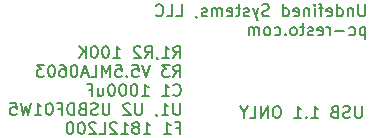
<source format=gbr>
%TF.GenerationSoftware,KiCad,Pcbnew,7.0.7*%
%TF.CreationDate,2023-10-14T22:56:05-05:00*%
%TF.ProjectId,USB-CV1,5553422d-4356-4312-9e6b-696361645f70,rev?*%
%TF.SameCoordinates,Original*%
%TF.FileFunction,Legend,Bot*%
%TF.FilePolarity,Positive*%
%FSLAX46Y46*%
G04 Gerber Fmt 4.6, Leading zero omitted, Abs format (unit mm)*
G04 Created by KiCad (PCBNEW 7.0.7) date 2023-10-14 22:56:05*
%MOMM*%
%LPD*%
G01*
G04 APERTURE LIST*
%ADD10C,0.150000*%
G04 APERTURE END LIST*
D10*
X125121792Y-75089819D02*
X125455125Y-74613628D01*
X125693220Y-75089819D02*
X125693220Y-74089819D01*
X125693220Y-74089819D02*
X125312268Y-74089819D01*
X125312268Y-74089819D02*
X125217030Y-74137438D01*
X125217030Y-74137438D02*
X125169411Y-74185057D01*
X125169411Y-74185057D02*
X125121792Y-74280295D01*
X125121792Y-74280295D02*
X125121792Y-74423152D01*
X125121792Y-74423152D02*
X125169411Y-74518390D01*
X125169411Y-74518390D02*
X125217030Y-74566009D01*
X125217030Y-74566009D02*
X125312268Y-74613628D01*
X125312268Y-74613628D02*
X125693220Y-74613628D01*
X124169411Y-75089819D02*
X124740839Y-75089819D01*
X124455125Y-75089819D02*
X124455125Y-74089819D01*
X124455125Y-74089819D02*
X124550363Y-74232676D01*
X124550363Y-74232676D02*
X124645601Y-74327914D01*
X124645601Y-74327914D02*
X124740839Y-74375533D01*
X123693220Y-75042200D02*
X123693220Y-75089819D01*
X123693220Y-75089819D02*
X123740839Y-75185057D01*
X123740839Y-75185057D02*
X123788458Y-75232676D01*
X122693221Y-75089819D02*
X123026554Y-74613628D01*
X123264649Y-75089819D02*
X123264649Y-74089819D01*
X123264649Y-74089819D02*
X122883697Y-74089819D01*
X122883697Y-74089819D02*
X122788459Y-74137438D01*
X122788459Y-74137438D02*
X122740840Y-74185057D01*
X122740840Y-74185057D02*
X122693221Y-74280295D01*
X122693221Y-74280295D02*
X122693221Y-74423152D01*
X122693221Y-74423152D02*
X122740840Y-74518390D01*
X122740840Y-74518390D02*
X122788459Y-74566009D01*
X122788459Y-74566009D02*
X122883697Y-74613628D01*
X122883697Y-74613628D02*
X123264649Y-74613628D01*
X122312268Y-74185057D02*
X122264649Y-74137438D01*
X122264649Y-74137438D02*
X122169411Y-74089819D01*
X122169411Y-74089819D02*
X121931316Y-74089819D01*
X121931316Y-74089819D02*
X121836078Y-74137438D01*
X121836078Y-74137438D02*
X121788459Y-74185057D01*
X121788459Y-74185057D02*
X121740840Y-74280295D01*
X121740840Y-74280295D02*
X121740840Y-74375533D01*
X121740840Y-74375533D02*
X121788459Y-74518390D01*
X121788459Y-74518390D02*
X122359887Y-75089819D01*
X122359887Y-75089819D02*
X121740840Y-75089819D01*
X120026554Y-75089819D02*
X120597982Y-75089819D01*
X120312268Y-75089819D02*
X120312268Y-74089819D01*
X120312268Y-74089819D02*
X120407506Y-74232676D01*
X120407506Y-74232676D02*
X120502744Y-74327914D01*
X120502744Y-74327914D02*
X120597982Y-74375533D01*
X119407506Y-74089819D02*
X119312268Y-74089819D01*
X119312268Y-74089819D02*
X119217030Y-74137438D01*
X119217030Y-74137438D02*
X119169411Y-74185057D01*
X119169411Y-74185057D02*
X119121792Y-74280295D01*
X119121792Y-74280295D02*
X119074173Y-74470771D01*
X119074173Y-74470771D02*
X119074173Y-74708866D01*
X119074173Y-74708866D02*
X119121792Y-74899342D01*
X119121792Y-74899342D02*
X119169411Y-74994580D01*
X119169411Y-74994580D02*
X119217030Y-75042200D01*
X119217030Y-75042200D02*
X119312268Y-75089819D01*
X119312268Y-75089819D02*
X119407506Y-75089819D01*
X119407506Y-75089819D02*
X119502744Y-75042200D01*
X119502744Y-75042200D02*
X119550363Y-74994580D01*
X119550363Y-74994580D02*
X119597982Y-74899342D01*
X119597982Y-74899342D02*
X119645601Y-74708866D01*
X119645601Y-74708866D02*
X119645601Y-74470771D01*
X119645601Y-74470771D02*
X119597982Y-74280295D01*
X119597982Y-74280295D02*
X119550363Y-74185057D01*
X119550363Y-74185057D02*
X119502744Y-74137438D01*
X119502744Y-74137438D02*
X119407506Y-74089819D01*
X118455125Y-74089819D02*
X118359887Y-74089819D01*
X118359887Y-74089819D02*
X118264649Y-74137438D01*
X118264649Y-74137438D02*
X118217030Y-74185057D01*
X118217030Y-74185057D02*
X118169411Y-74280295D01*
X118169411Y-74280295D02*
X118121792Y-74470771D01*
X118121792Y-74470771D02*
X118121792Y-74708866D01*
X118121792Y-74708866D02*
X118169411Y-74899342D01*
X118169411Y-74899342D02*
X118217030Y-74994580D01*
X118217030Y-74994580D02*
X118264649Y-75042200D01*
X118264649Y-75042200D02*
X118359887Y-75089819D01*
X118359887Y-75089819D02*
X118455125Y-75089819D01*
X118455125Y-75089819D02*
X118550363Y-75042200D01*
X118550363Y-75042200D02*
X118597982Y-74994580D01*
X118597982Y-74994580D02*
X118645601Y-74899342D01*
X118645601Y-74899342D02*
X118693220Y-74708866D01*
X118693220Y-74708866D02*
X118693220Y-74470771D01*
X118693220Y-74470771D02*
X118645601Y-74280295D01*
X118645601Y-74280295D02*
X118597982Y-74185057D01*
X118597982Y-74185057D02*
X118550363Y-74137438D01*
X118550363Y-74137438D02*
X118455125Y-74089819D01*
X117693220Y-75089819D02*
X117693220Y-74089819D01*
X117121792Y-75089819D02*
X117550363Y-74518390D01*
X117121792Y-74089819D02*
X117693220Y-74661247D01*
X125121792Y-76699819D02*
X125455125Y-76223628D01*
X125693220Y-76699819D02*
X125693220Y-75699819D01*
X125693220Y-75699819D02*
X125312268Y-75699819D01*
X125312268Y-75699819D02*
X125217030Y-75747438D01*
X125217030Y-75747438D02*
X125169411Y-75795057D01*
X125169411Y-75795057D02*
X125121792Y-75890295D01*
X125121792Y-75890295D02*
X125121792Y-76033152D01*
X125121792Y-76033152D02*
X125169411Y-76128390D01*
X125169411Y-76128390D02*
X125217030Y-76176009D01*
X125217030Y-76176009D02*
X125312268Y-76223628D01*
X125312268Y-76223628D02*
X125693220Y-76223628D01*
X124788458Y-75699819D02*
X124169411Y-75699819D01*
X124169411Y-75699819D02*
X124502744Y-76080771D01*
X124502744Y-76080771D02*
X124359887Y-76080771D01*
X124359887Y-76080771D02*
X124264649Y-76128390D01*
X124264649Y-76128390D02*
X124217030Y-76176009D01*
X124217030Y-76176009D02*
X124169411Y-76271247D01*
X124169411Y-76271247D02*
X124169411Y-76509342D01*
X124169411Y-76509342D02*
X124217030Y-76604580D01*
X124217030Y-76604580D02*
X124264649Y-76652200D01*
X124264649Y-76652200D02*
X124359887Y-76699819D01*
X124359887Y-76699819D02*
X124645601Y-76699819D01*
X124645601Y-76699819D02*
X124740839Y-76652200D01*
X124740839Y-76652200D02*
X124788458Y-76604580D01*
X123121791Y-75699819D02*
X122788458Y-76699819D01*
X122788458Y-76699819D02*
X122455125Y-75699819D01*
X121645601Y-75699819D02*
X122121791Y-75699819D01*
X122121791Y-75699819D02*
X122169410Y-76176009D01*
X122169410Y-76176009D02*
X122121791Y-76128390D01*
X122121791Y-76128390D02*
X122026553Y-76080771D01*
X122026553Y-76080771D02*
X121788458Y-76080771D01*
X121788458Y-76080771D02*
X121693220Y-76128390D01*
X121693220Y-76128390D02*
X121645601Y-76176009D01*
X121645601Y-76176009D02*
X121597982Y-76271247D01*
X121597982Y-76271247D02*
X121597982Y-76509342D01*
X121597982Y-76509342D02*
X121645601Y-76604580D01*
X121645601Y-76604580D02*
X121693220Y-76652200D01*
X121693220Y-76652200D02*
X121788458Y-76699819D01*
X121788458Y-76699819D02*
X122026553Y-76699819D01*
X122026553Y-76699819D02*
X122121791Y-76652200D01*
X122121791Y-76652200D02*
X122169410Y-76604580D01*
X121169410Y-76604580D02*
X121121791Y-76652200D01*
X121121791Y-76652200D02*
X121169410Y-76699819D01*
X121169410Y-76699819D02*
X121217029Y-76652200D01*
X121217029Y-76652200D02*
X121169410Y-76604580D01*
X121169410Y-76604580D02*
X121169410Y-76699819D01*
X120217030Y-75699819D02*
X120693220Y-75699819D01*
X120693220Y-75699819D02*
X120740839Y-76176009D01*
X120740839Y-76176009D02*
X120693220Y-76128390D01*
X120693220Y-76128390D02*
X120597982Y-76080771D01*
X120597982Y-76080771D02*
X120359887Y-76080771D01*
X120359887Y-76080771D02*
X120264649Y-76128390D01*
X120264649Y-76128390D02*
X120217030Y-76176009D01*
X120217030Y-76176009D02*
X120169411Y-76271247D01*
X120169411Y-76271247D02*
X120169411Y-76509342D01*
X120169411Y-76509342D02*
X120217030Y-76604580D01*
X120217030Y-76604580D02*
X120264649Y-76652200D01*
X120264649Y-76652200D02*
X120359887Y-76699819D01*
X120359887Y-76699819D02*
X120597982Y-76699819D01*
X120597982Y-76699819D02*
X120693220Y-76652200D01*
X120693220Y-76652200D02*
X120740839Y-76604580D01*
X119740839Y-76699819D02*
X119740839Y-75699819D01*
X119740839Y-75699819D02*
X119407506Y-76414104D01*
X119407506Y-76414104D02*
X119074173Y-75699819D01*
X119074173Y-75699819D02*
X119074173Y-76699819D01*
X118121792Y-76699819D02*
X118597982Y-76699819D01*
X118597982Y-76699819D02*
X118597982Y-75699819D01*
X117836077Y-76414104D02*
X117359887Y-76414104D01*
X117931315Y-76699819D02*
X117597982Y-75699819D01*
X117597982Y-75699819D02*
X117264649Y-76699819D01*
X116740839Y-75699819D02*
X116645601Y-75699819D01*
X116645601Y-75699819D02*
X116550363Y-75747438D01*
X116550363Y-75747438D02*
X116502744Y-75795057D01*
X116502744Y-75795057D02*
X116455125Y-75890295D01*
X116455125Y-75890295D02*
X116407506Y-76080771D01*
X116407506Y-76080771D02*
X116407506Y-76318866D01*
X116407506Y-76318866D02*
X116455125Y-76509342D01*
X116455125Y-76509342D02*
X116502744Y-76604580D01*
X116502744Y-76604580D02*
X116550363Y-76652200D01*
X116550363Y-76652200D02*
X116645601Y-76699819D01*
X116645601Y-76699819D02*
X116740839Y-76699819D01*
X116740839Y-76699819D02*
X116836077Y-76652200D01*
X116836077Y-76652200D02*
X116883696Y-76604580D01*
X116883696Y-76604580D02*
X116931315Y-76509342D01*
X116931315Y-76509342D02*
X116978934Y-76318866D01*
X116978934Y-76318866D02*
X116978934Y-76080771D01*
X116978934Y-76080771D02*
X116931315Y-75890295D01*
X116931315Y-75890295D02*
X116883696Y-75795057D01*
X116883696Y-75795057D02*
X116836077Y-75747438D01*
X116836077Y-75747438D02*
X116740839Y-75699819D01*
X115550363Y-75699819D02*
X115740839Y-75699819D01*
X115740839Y-75699819D02*
X115836077Y-75747438D01*
X115836077Y-75747438D02*
X115883696Y-75795057D01*
X115883696Y-75795057D02*
X115978934Y-75937914D01*
X115978934Y-75937914D02*
X116026553Y-76128390D01*
X116026553Y-76128390D02*
X116026553Y-76509342D01*
X116026553Y-76509342D02*
X115978934Y-76604580D01*
X115978934Y-76604580D02*
X115931315Y-76652200D01*
X115931315Y-76652200D02*
X115836077Y-76699819D01*
X115836077Y-76699819D02*
X115645601Y-76699819D01*
X115645601Y-76699819D02*
X115550363Y-76652200D01*
X115550363Y-76652200D02*
X115502744Y-76604580D01*
X115502744Y-76604580D02*
X115455125Y-76509342D01*
X115455125Y-76509342D02*
X115455125Y-76271247D01*
X115455125Y-76271247D02*
X115502744Y-76176009D01*
X115502744Y-76176009D02*
X115550363Y-76128390D01*
X115550363Y-76128390D02*
X115645601Y-76080771D01*
X115645601Y-76080771D02*
X115836077Y-76080771D01*
X115836077Y-76080771D02*
X115931315Y-76128390D01*
X115931315Y-76128390D02*
X115978934Y-76176009D01*
X115978934Y-76176009D02*
X116026553Y-76271247D01*
X114836077Y-75699819D02*
X114740839Y-75699819D01*
X114740839Y-75699819D02*
X114645601Y-75747438D01*
X114645601Y-75747438D02*
X114597982Y-75795057D01*
X114597982Y-75795057D02*
X114550363Y-75890295D01*
X114550363Y-75890295D02*
X114502744Y-76080771D01*
X114502744Y-76080771D02*
X114502744Y-76318866D01*
X114502744Y-76318866D02*
X114550363Y-76509342D01*
X114550363Y-76509342D02*
X114597982Y-76604580D01*
X114597982Y-76604580D02*
X114645601Y-76652200D01*
X114645601Y-76652200D02*
X114740839Y-76699819D01*
X114740839Y-76699819D02*
X114836077Y-76699819D01*
X114836077Y-76699819D02*
X114931315Y-76652200D01*
X114931315Y-76652200D02*
X114978934Y-76604580D01*
X114978934Y-76604580D02*
X115026553Y-76509342D01*
X115026553Y-76509342D02*
X115074172Y-76318866D01*
X115074172Y-76318866D02*
X115074172Y-76080771D01*
X115074172Y-76080771D02*
X115026553Y-75890295D01*
X115026553Y-75890295D02*
X114978934Y-75795057D01*
X114978934Y-75795057D02*
X114931315Y-75747438D01*
X114931315Y-75747438D02*
X114836077Y-75699819D01*
X114169410Y-75699819D02*
X113550363Y-75699819D01*
X113550363Y-75699819D02*
X113883696Y-76080771D01*
X113883696Y-76080771D02*
X113740839Y-76080771D01*
X113740839Y-76080771D02*
X113645601Y-76128390D01*
X113645601Y-76128390D02*
X113597982Y-76176009D01*
X113597982Y-76176009D02*
X113550363Y-76271247D01*
X113550363Y-76271247D02*
X113550363Y-76509342D01*
X113550363Y-76509342D02*
X113597982Y-76604580D01*
X113597982Y-76604580D02*
X113645601Y-76652200D01*
X113645601Y-76652200D02*
X113740839Y-76699819D01*
X113740839Y-76699819D02*
X114026553Y-76699819D01*
X114026553Y-76699819D02*
X114121791Y-76652200D01*
X114121791Y-76652200D02*
X114169410Y-76604580D01*
X125121792Y-78214580D02*
X125169411Y-78262200D01*
X125169411Y-78262200D02*
X125312268Y-78309819D01*
X125312268Y-78309819D02*
X125407506Y-78309819D01*
X125407506Y-78309819D02*
X125550363Y-78262200D01*
X125550363Y-78262200D02*
X125645601Y-78166961D01*
X125645601Y-78166961D02*
X125693220Y-78071723D01*
X125693220Y-78071723D02*
X125740839Y-77881247D01*
X125740839Y-77881247D02*
X125740839Y-77738390D01*
X125740839Y-77738390D02*
X125693220Y-77547914D01*
X125693220Y-77547914D02*
X125645601Y-77452676D01*
X125645601Y-77452676D02*
X125550363Y-77357438D01*
X125550363Y-77357438D02*
X125407506Y-77309819D01*
X125407506Y-77309819D02*
X125312268Y-77309819D01*
X125312268Y-77309819D02*
X125169411Y-77357438D01*
X125169411Y-77357438D02*
X125121792Y-77405057D01*
X124169411Y-78309819D02*
X124740839Y-78309819D01*
X124455125Y-78309819D02*
X124455125Y-77309819D01*
X124455125Y-77309819D02*
X124550363Y-77452676D01*
X124550363Y-77452676D02*
X124645601Y-77547914D01*
X124645601Y-77547914D02*
X124740839Y-77595533D01*
X122455125Y-78309819D02*
X123026553Y-78309819D01*
X122740839Y-78309819D02*
X122740839Y-77309819D01*
X122740839Y-77309819D02*
X122836077Y-77452676D01*
X122836077Y-77452676D02*
X122931315Y-77547914D01*
X122931315Y-77547914D02*
X123026553Y-77595533D01*
X121836077Y-77309819D02*
X121740839Y-77309819D01*
X121740839Y-77309819D02*
X121645601Y-77357438D01*
X121645601Y-77357438D02*
X121597982Y-77405057D01*
X121597982Y-77405057D02*
X121550363Y-77500295D01*
X121550363Y-77500295D02*
X121502744Y-77690771D01*
X121502744Y-77690771D02*
X121502744Y-77928866D01*
X121502744Y-77928866D02*
X121550363Y-78119342D01*
X121550363Y-78119342D02*
X121597982Y-78214580D01*
X121597982Y-78214580D02*
X121645601Y-78262200D01*
X121645601Y-78262200D02*
X121740839Y-78309819D01*
X121740839Y-78309819D02*
X121836077Y-78309819D01*
X121836077Y-78309819D02*
X121931315Y-78262200D01*
X121931315Y-78262200D02*
X121978934Y-78214580D01*
X121978934Y-78214580D02*
X122026553Y-78119342D01*
X122026553Y-78119342D02*
X122074172Y-77928866D01*
X122074172Y-77928866D02*
X122074172Y-77690771D01*
X122074172Y-77690771D02*
X122026553Y-77500295D01*
X122026553Y-77500295D02*
X121978934Y-77405057D01*
X121978934Y-77405057D02*
X121931315Y-77357438D01*
X121931315Y-77357438D02*
X121836077Y-77309819D01*
X120883696Y-77309819D02*
X120788458Y-77309819D01*
X120788458Y-77309819D02*
X120693220Y-77357438D01*
X120693220Y-77357438D02*
X120645601Y-77405057D01*
X120645601Y-77405057D02*
X120597982Y-77500295D01*
X120597982Y-77500295D02*
X120550363Y-77690771D01*
X120550363Y-77690771D02*
X120550363Y-77928866D01*
X120550363Y-77928866D02*
X120597982Y-78119342D01*
X120597982Y-78119342D02*
X120645601Y-78214580D01*
X120645601Y-78214580D02*
X120693220Y-78262200D01*
X120693220Y-78262200D02*
X120788458Y-78309819D01*
X120788458Y-78309819D02*
X120883696Y-78309819D01*
X120883696Y-78309819D02*
X120978934Y-78262200D01*
X120978934Y-78262200D02*
X121026553Y-78214580D01*
X121026553Y-78214580D02*
X121074172Y-78119342D01*
X121074172Y-78119342D02*
X121121791Y-77928866D01*
X121121791Y-77928866D02*
X121121791Y-77690771D01*
X121121791Y-77690771D02*
X121074172Y-77500295D01*
X121074172Y-77500295D02*
X121026553Y-77405057D01*
X121026553Y-77405057D02*
X120978934Y-77357438D01*
X120978934Y-77357438D02*
X120883696Y-77309819D01*
X119931315Y-77309819D02*
X119836077Y-77309819D01*
X119836077Y-77309819D02*
X119740839Y-77357438D01*
X119740839Y-77357438D02*
X119693220Y-77405057D01*
X119693220Y-77405057D02*
X119645601Y-77500295D01*
X119645601Y-77500295D02*
X119597982Y-77690771D01*
X119597982Y-77690771D02*
X119597982Y-77928866D01*
X119597982Y-77928866D02*
X119645601Y-78119342D01*
X119645601Y-78119342D02*
X119693220Y-78214580D01*
X119693220Y-78214580D02*
X119740839Y-78262200D01*
X119740839Y-78262200D02*
X119836077Y-78309819D01*
X119836077Y-78309819D02*
X119931315Y-78309819D01*
X119931315Y-78309819D02*
X120026553Y-78262200D01*
X120026553Y-78262200D02*
X120074172Y-78214580D01*
X120074172Y-78214580D02*
X120121791Y-78119342D01*
X120121791Y-78119342D02*
X120169410Y-77928866D01*
X120169410Y-77928866D02*
X120169410Y-77690771D01*
X120169410Y-77690771D02*
X120121791Y-77500295D01*
X120121791Y-77500295D02*
X120074172Y-77405057D01*
X120074172Y-77405057D02*
X120026553Y-77357438D01*
X120026553Y-77357438D02*
X119931315Y-77309819D01*
X118740839Y-77643152D02*
X118740839Y-78309819D01*
X119169410Y-77643152D02*
X119169410Y-78166961D01*
X119169410Y-78166961D02*
X119121791Y-78262200D01*
X119121791Y-78262200D02*
X119026553Y-78309819D01*
X119026553Y-78309819D02*
X118883696Y-78309819D01*
X118883696Y-78309819D02*
X118788458Y-78262200D01*
X118788458Y-78262200D02*
X118740839Y-78214580D01*
X117931315Y-77786009D02*
X118264648Y-77786009D01*
X118264648Y-78309819D02*
X118264648Y-77309819D01*
X118264648Y-77309819D02*
X117788458Y-77309819D01*
X125693220Y-78919819D02*
X125693220Y-79729342D01*
X125693220Y-79729342D02*
X125645601Y-79824580D01*
X125645601Y-79824580D02*
X125597982Y-79872200D01*
X125597982Y-79872200D02*
X125502744Y-79919819D01*
X125502744Y-79919819D02*
X125312268Y-79919819D01*
X125312268Y-79919819D02*
X125217030Y-79872200D01*
X125217030Y-79872200D02*
X125169411Y-79824580D01*
X125169411Y-79824580D02*
X125121792Y-79729342D01*
X125121792Y-79729342D02*
X125121792Y-78919819D01*
X124121792Y-79919819D02*
X124693220Y-79919819D01*
X124407506Y-79919819D02*
X124407506Y-78919819D01*
X124407506Y-78919819D02*
X124502744Y-79062676D01*
X124502744Y-79062676D02*
X124597982Y-79157914D01*
X124597982Y-79157914D02*
X124693220Y-79205533D01*
X123645601Y-79872200D02*
X123645601Y-79919819D01*
X123645601Y-79919819D02*
X123693220Y-80015057D01*
X123693220Y-80015057D02*
X123740839Y-80062676D01*
X122455125Y-78919819D02*
X122455125Y-79729342D01*
X122455125Y-79729342D02*
X122407506Y-79824580D01*
X122407506Y-79824580D02*
X122359887Y-79872200D01*
X122359887Y-79872200D02*
X122264649Y-79919819D01*
X122264649Y-79919819D02*
X122074173Y-79919819D01*
X122074173Y-79919819D02*
X121978935Y-79872200D01*
X121978935Y-79872200D02*
X121931316Y-79824580D01*
X121931316Y-79824580D02*
X121883697Y-79729342D01*
X121883697Y-79729342D02*
X121883697Y-78919819D01*
X121455125Y-79015057D02*
X121407506Y-78967438D01*
X121407506Y-78967438D02*
X121312268Y-78919819D01*
X121312268Y-78919819D02*
X121074173Y-78919819D01*
X121074173Y-78919819D02*
X120978935Y-78967438D01*
X120978935Y-78967438D02*
X120931316Y-79015057D01*
X120931316Y-79015057D02*
X120883697Y-79110295D01*
X120883697Y-79110295D02*
X120883697Y-79205533D01*
X120883697Y-79205533D02*
X120931316Y-79348390D01*
X120931316Y-79348390D02*
X121502744Y-79919819D01*
X121502744Y-79919819D02*
X120883697Y-79919819D01*
X119693220Y-78919819D02*
X119693220Y-79729342D01*
X119693220Y-79729342D02*
X119645601Y-79824580D01*
X119645601Y-79824580D02*
X119597982Y-79872200D01*
X119597982Y-79872200D02*
X119502744Y-79919819D01*
X119502744Y-79919819D02*
X119312268Y-79919819D01*
X119312268Y-79919819D02*
X119217030Y-79872200D01*
X119217030Y-79872200D02*
X119169411Y-79824580D01*
X119169411Y-79824580D02*
X119121792Y-79729342D01*
X119121792Y-79729342D02*
X119121792Y-78919819D01*
X118693220Y-79872200D02*
X118550363Y-79919819D01*
X118550363Y-79919819D02*
X118312268Y-79919819D01*
X118312268Y-79919819D02*
X118217030Y-79872200D01*
X118217030Y-79872200D02*
X118169411Y-79824580D01*
X118169411Y-79824580D02*
X118121792Y-79729342D01*
X118121792Y-79729342D02*
X118121792Y-79634104D01*
X118121792Y-79634104D02*
X118169411Y-79538866D01*
X118169411Y-79538866D02*
X118217030Y-79491247D01*
X118217030Y-79491247D02*
X118312268Y-79443628D01*
X118312268Y-79443628D02*
X118502744Y-79396009D01*
X118502744Y-79396009D02*
X118597982Y-79348390D01*
X118597982Y-79348390D02*
X118645601Y-79300771D01*
X118645601Y-79300771D02*
X118693220Y-79205533D01*
X118693220Y-79205533D02*
X118693220Y-79110295D01*
X118693220Y-79110295D02*
X118645601Y-79015057D01*
X118645601Y-79015057D02*
X118597982Y-78967438D01*
X118597982Y-78967438D02*
X118502744Y-78919819D01*
X118502744Y-78919819D02*
X118264649Y-78919819D01*
X118264649Y-78919819D02*
X118121792Y-78967438D01*
X117359887Y-79396009D02*
X117217030Y-79443628D01*
X117217030Y-79443628D02*
X117169411Y-79491247D01*
X117169411Y-79491247D02*
X117121792Y-79586485D01*
X117121792Y-79586485D02*
X117121792Y-79729342D01*
X117121792Y-79729342D02*
X117169411Y-79824580D01*
X117169411Y-79824580D02*
X117217030Y-79872200D01*
X117217030Y-79872200D02*
X117312268Y-79919819D01*
X117312268Y-79919819D02*
X117693220Y-79919819D01*
X117693220Y-79919819D02*
X117693220Y-78919819D01*
X117693220Y-78919819D02*
X117359887Y-78919819D01*
X117359887Y-78919819D02*
X117264649Y-78967438D01*
X117264649Y-78967438D02*
X117217030Y-79015057D01*
X117217030Y-79015057D02*
X117169411Y-79110295D01*
X117169411Y-79110295D02*
X117169411Y-79205533D01*
X117169411Y-79205533D02*
X117217030Y-79300771D01*
X117217030Y-79300771D02*
X117264649Y-79348390D01*
X117264649Y-79348390D02*
X117359887Y-79396009D01*
X117359887Y-79396009D02*
X117693220Y-79396009D01*
X116693220Y-79919819D02*
X116693220Y-78919819D01*
X116693220Y-78919819D02*
X116455125Y-78919819D01*
X116455125Y-78919819D02*
X116312268Y-78967438D01*
X116312268Y-78967438D02*
X116217030Y-79062676D01*
X116217030Y-79062676D02*
X116169411Y-79157914D01*
X116169411Y-79157914D02*
X116121792Y-79348390D01*
X116121792Y-79348390D02*
X116121792Y-79491247D01*
X116121792Y-79491247D02*
X116169411Y-79681723D01*
X116169411Y-79681723D02*
X116217030Y-79776961D01*
X116217030Y-79776961D02*
X116312268Y-79872200D01*
X116312268Y-79872200D02*
X116455125Y-79919819D01*
X116455125Y-79919819D02*
X116693220Y-79919819D01*
X115359887Y-79396009D02*
X115693220Y-79396009D01*
X115693220Y-79919819D02*
X115693220Y-78919819D01*
X115693220Y-78919819D02*
X115217030Y-78919819D01*
X114645601Y-78919819D02*
X114550363Y-78919819D01*
X114550363Y-78919819D02*
X114455125Y-78967438D01*
X114455125Y-78967438D02*
X114407506Y-79015057D01*
X114407506Y-79015057D02*
X114359887Y-79110295D01*
X114359887Y-79110295D02*
X114312268Y-79300771D01*
X114312268Y-79300771D02*
X114312268Y-79538866D01*
X114312268Y-79538866D02*
X114359887Y-79729342D01*
X114359887Y-79729342D02*
X114407506Y-79824580D01*
X114407506Y-79824580D02*
X114455125Y-79872200D01*
X114455125Y-79872200D02*
X114550363Y-79919819D01*
X114550363Y-79919819D02*
X114645601Y-79919819D01*
X114645601Y-79919819D02*
X114740839Y-79872200D01*
X114740839Y-79872200D02*
X114788458Y-79824580D01*
X114788458Y-79824580D02*
X114836077Y-79729342D01*
X114836077Y-79729342D02*
X114883696Y-79538866D01*
X114883696Y-79538866D02*
X114883696Y-79300771D01*
X114883696Y-79300771D02*
X114836077Y-79110295D01*
X114836077Y-79110295D02*
X114788458Y-79015057D01*
X114788458Y-79015057D02*
X114740839Y-78967438D01*
X114740839Y-78967438D02*
X114645601Y-78919819D01*
X113359887Y-79919819D02*
X113931315Y-79919819D01*
X113645601Y-79919819D02*
X113645601Y-78919819D01*
X113645601Y-78919819D02*
X113740839Y-79062676D01*
X113740839Y-79062676D02*
X113836077Y-79157914D01*
X113836077Y-79157914D02*
X113931315Y-79205533D01*
X113026553Y-78919819D02*
X112788458Y-79919819D01*
X112788458Y-79919819D02*
X112597982Y-79205533D01*
X112597982Y-79205533D02*
X112407506Y-79919819D01*
X112407506Y-79919819D02*
X112169411Y-78919819D01*
X111312268Y-78919819D02*
X111788458Y-78919819D01*
X111788458Y-78919819D02*
X111836077Y-79396009D01*
X111836077Y-79396009D02*
X111788458Y-79348390D01*
X111788458Y-79348390D02*
X111693220Y-79300771D01*
X111693220Y-79300771D02*
X111455125Y-79300771D01*
X111455125Y-79300771D02*
X111359887Y-79348390D01*
X111359887Y-79348390D02*
X111312268Y-79396009D01*
X111312268Y-79396009D02*
X111264649Y-79491247D01*
X111264649Y-79491247D02*
X111264649Y-79729342D01*
X111264649Y-79729342D02*
X111312268Y-79824580D01*
X111312268Y-79824580D02*
X111359887Y-79872200D01*
X111359887Y-79872200D02*
X111455125Y-79919819D01*
X111455125Y-79919819D02*
X111693220Y-79919819D01*
X111693220Y-79919819D02*
X111788458Y-79872200D01*
X111788458Y-79872200D02*
X111836077Y-79824580D01*
X125359887Y-81006009D02*
X125693220Y-81006009D01*
X125693220Y-81529819D02*
X125693220Y-80529819D01*
X125693220Y-80529819D02*
X125217030Y-80529819D01*
X124312268Y-81529819D02*
X124883696Y-81529819D01*
X124597982Y-81529819D02*
X124597982Y-80529819D01*
X124597982Y-80529819D02*
X124693220Y-80672676D01*
X124693220Y-80672676D02*
X124788458Y-80767914D01*
X124788458Y-80767914D02*
X124883696Y-80815533D01*
X122597982Y-81529819D02*
X123169410Y-81529819D01*
X122883696Y-81529819D02*
X122883696Y-80529819D01*
X122883696Y-80529819D02*
X122978934Y-80672676D01*
X122978934Y-80672676D02*
X123074172Y-80767914D01*
X123074172Y-80767914D02*
X123169410Y-80815533D01*
X122026553Y-80958390D02*
X122121791Y-80910771D01*
X122121791Y-80910771D02*
X122169410Y-80863152D01*
X122169410Y-80863152D02*
X122217029Y-80767914D01*
X122217029Y-80767914D02*
X122217029Y-80720295D01*
X122217029Y-80720295D02*
X122169410Y-80625057D01*
X122169410Y-80625057D02*
X122121791Y-80577438D01*
X122121791Y-80577438D02*
X122026553Y-80529819D01*
X122026553Y-80529819D02*
X121836077Y-80529819D01*
X121836077Y-80529819D02*
X121740839Y-80577438D01*
X121740839Y-80577438D02*
X121693220Y-80625057D01*
X121693220Y-80625057D02*
X121645601Y-80720295D01*
X121645601Y-80720295D02*
X121645601Y-80767914D01*
X121645601Y-80767914D02*
X121693220Y-80863152D01*
X121693220Y-80863152D02*
X121740839Y-80910771D01*
X121740839Y-80910771D02*
X121836077Y-80958390D01*
X121836077Y-80958390D02*
X122026553Y-80958390D01*
X122026553Y-80958390D02*
X122121791Y-81006009D01*
X122121791Y-81006009D02*
X122169410Y-81053628D01*
X122169410Y-81053628D02*
X122217029Y-81148866D01*
X122217029Y-81148866D02*
X122217029Y-81339342D01*
X122217029Y-81339342D02*
X122169410Y-81434580D01*
X122169410Y-81434580D02*
X122121791Y-81482200D01*
X122121791Y-81482200D02*
X122026553Y-81529819D01*
X122026553Y-81529819D02*
X121836077Y-81529819D01*
X121836077Y-81529819D02*
X121740839Y-81482200D01*
X121740839Y-81482200D02*
X121693220Y-81434580D01*
X121693220Y-81434580D02*
X121645601Y-81339342D01*
X121645601Y-81339342D02*
X121645601Y-81148866D01*
X121645601Y-81148866D02*
X121693220Y-81053628D01*
X121693220Y-81053628D02*
X121740839Y-81006009D01*
X121740839Y-81006009D02*
X121836077Y-80958390D01*
X120693220Y-81529819D02*
X121264648Y-81529819D01*
X120978934Y-81529819D02*
X120978934Y-80529819D01*
X120978934Y-80529819D02*
X121074172Y-80672676D01*
X121074172Y-80672676D02*
X121169410Y-80767914D01*
X121169410Y-80767914D02*
X121264648Y-80815533D01*
X120312267Y-80625057D02*
X120264648Y-80577438D01*
X120264648Y-80577438D02*
X120169410Y-80529819D01*
X120169410Y-80529819D02*
X119931315Y-80529819D01*
X119931315Y-80529819D02*
X119836077Y-80577438D01*
X119836077Y-80577438D02*
X119788458Y-80625057D01*
X119788458Y-80625057D02*
X119740839Y-80720295D01*
X119740839Y-80720295D02*
X119740839Y-80815533D01*
X119740839Y-80815533D02*
X119788458Y-80958390D01*
X119788458Y-80958390D02*
X120359886Y-81529819D01*
X120359886Y-81529819D02*
X119740839Y-81529819D01*
X118836077Y-81529819D02*
X119312267Y-81529819D01*
X119312267Y-81529819D02*
X119312267Y-80529819D01*
X118550362Y-80625057D02*
X118502743Y-80577438D01*
X118502743Y-80577438D02*
X118407505Y-80529819D01*
X118407505Y-80529819D02*
X118169410Y-80529819D01*
X118169410Y-80529819D02*
X118074172Y-80577438D01*
X118074172Y-80577438D02*
X118026553Y-80625057D01*
X118026553Y-80625057D02*
X117978934Y-80720295D01*
X117978934Y-80720295D02*
X117978934Y-80815533D01*
X117978934Y-80815533D02*
X118026553Y-80958390D01*
X118026553Y-80958390D02*
X118597981Y-81529819D01*
X118597981Y-81529819D02*
X117978934Y-81529819D01*
X117359886Y-80529819D02*
X117264648Y-80529819D01*
X117264648Y-80529819D02*
X117169410Y-80577438D01*
X117169410Y-80577438D02*
X117121791Y-80625057D01*
X117121791Y-80625057D02*
X117074172Y-80720295D01*
X117074172Y-80720295D02*
X117026553Y-80910771D01*
X117026553Y-80910771D02*
X117026553Y-81148866D01*
X117026553Y-81148866D02*
X117074172Y-81339342D01*
X117074172Y-81339342D02*
X117121791Y-81434580D01*
X117121791Y-81434580D02*
X117169410Y-81482200D01*
X117169410Y-81482200D02*
X117264648Y-81529819D01*
X117264648Y-81529819D02*
X117359886Y-81529819D01*
X117359886Y-81529819D02*
X117455124Y-81482200D01*
X117455124Y-81482200D02*
X117502743Y-81434580D01*
X117502743Y-81434580D02*
X117550362Y-81339342D01*
X117550362Y-81339342D02*
X117597981Y-81148866D01*
X117597981Y-81148866D02*
X117597981Y-80910771D01*
X117597981Y-80910771D02*
X117550362Y-80720295D01*
X117550362Y-80720295D02*
X117502743Y-80625057D01*
X117502743Y-80625057D02*
X117455124Y-80577438D01*
X117455124Y-80577438D02*
X117359886Y-80529819D01*
X116407505Y-80529819D02*
X116312267Y-80529819D01*
X116312267Y-80529819D02*
X116217029Y-80577438D01*
X116217029Y-80577438D02*
X116169410Y-80625057D01*
X116169410Y-80625057D02*
X116121791Y-80720295D01*
X116121791Y-80720295D02*
X116074172Y-80910771D01*
X116074172Y-80910771D02*
X116074172Y-81148866D01*
X116074172Y-81148866D02*
X116121791Y-81339342D01*
X116121791Y-81339342D02*
X116169410Y-81434580D01*
X116169410Y-81434580D02*
X116217029Y-81482200D01*
X116217029Y-81482200D02*
X116312267Y-81529819D01*
X116312267Y-81529819D02*
X116407505Y-81529819D01*
X116407505Y-81529819D02*
X116502743Y-81482200D01*
X116502743Y-81482200D02*
X116550362Y-81434580D01*
X116550362Y-81434580D02*
X116597981Y-81339342D01*
X116597981Y-81339342D02*
X116645600Y-81148866D01*
X116645600Y-81148866D02*
X116645600Y-80910771D01*
X116645600Y-80910771D02*
X116597981Y-80720295D01*
X116597981Y-80720295D02*
X116550362Y-80625057D01*
X116550362Y-80625057D02*
X116502743Y-80577438D01*
X116502743Y-80577438D02*
X116407505Y-80529819D01*
X141353220Y-70569819D02*
X141353220Y-71379342D01*
X141353220Y-71379342D02*
X141305601Y-71474580D01*
X141305601Y-71474580D02*
X141257982Y-71522200D01*
X141257982Y-71522200D02*
X141162744Y-71569819D01*
X141162744Y-71569819D02*
X140972268Y-71569819D01*
X140972268Y-71569819D02*
X140877030Y-71522200D01*
X140877030Y-71522200D02*
X140829411Y-71474580D01*
X140829411Y-71474580D02*
X140781792Y-71379342D01*
X140781792Y-71379342D02*
X140781792Y-70569819D01*
X140305601Y-70903152D02*
X140305601Y-71569819D01*
X140305601Y-70998390D02*
X140257982Y-70950771D01*
X140257982Y-70950771D02*
X140162744Y-70903152D01*
X140162744Y-70903152D02*
X140019887Y-70903152D01*
X140019887Y-70903152D02*
X139924649Y-70950771D01*
X139924649Y-70950771D02*
X139877030Y-71046009D01*
X139877030Y-71046009D02*
X139877030Y-71569819D01*
X138972268Y-71569819D02*
X138972268Y-70569819D01*
X138972268Y-71522200D02*
X139067506Y-71569819D01*
X139067506Y-71569819D02*
X139257982Y-71569819D01*
X139257982Y-71569819D02*
X139353220Y-71522200D01*
X139353220Y-71522200D02*
X139400839Y-71474580D01*
X139400839Y-71474580D02*
X139448458Y-71379342D01*
X139448458Y-71379342D02*
X139448458Y-71093628D01*
X139448458Y-71093628D02*
X139400839Y-70998390D01*
X139400839Y-70998390D02*
X139353220Y-70950771D01*
X139353220Y-70950771D02*
X139257982Y-70903152D01*
X139257982Y-70903152D02*
X139067506Y-70903152D01*
X139067506Y-70903152D02*
X138972268Y-70950771D01*
X138115125Y-71522200D02*
X138210363Y-71569819D01*
X138210363Y-71569819D02*
X138400839Y-71569819D01*
X138400839Y-71569819D02*
X138496077Y-71522200D01*
X138496077Y-71522200D02*
X138543696Y-71426961D01*
X138543696Y-71426961D02*
X138543696Y-71046009D01*
X138543696Y-71046009D02*
X138496077Y-70950771D01*
X138496077Y-70950771D02*
X138400839Y-70903152D01*
X138400839Y-70903152D02*
X138210363Y-70903152D01*
X138210363Y-70903152D02*
X138115125Y-70950771D01*
X138115125Y-70950771D02*
X138067506Y-71046009D01*
X138067506Y-71046009D02*
X138067506Y-71141247D01*
X138067506Y-71141247D02*
X138543696Y-71236485D01*
X137781791Y-70903152D02*
X137400839Y-70903152D01*
X137638934Y-71569819D02*
X137638934Y-70712676D01*
X137638934Y-70712676D02*
X137591315Y-70617438D01*
X137591315Y-70617438D02*
X137496077Y-70569819D01*
X137496077Y-70569819D02*
X137400839Y-70569819D01*
X137067505Y-71569819D02*
X137067505Y-70903152D01*
X137067505Y-70569819D02*
X137115124Y-70617438D01*
X137115124Y-70617438D02*
X137067505Y-70665057D01*
X137067505Y-70665057D02*
X137019886Y-70617438D01*
X137019886Y-70617438D02*
X137067505Y-70569819D01*
X137067505Y-70569819D02*
X137067505Y-70665057D01*
X136591315Y-70903152D02*
X136591315Y-71569819D01*
X136591315Y-70998390D02*
X136543696Y-70950771D01*
X136543696Y-70950771D02*
X136448458Y-70903152D01*
X136448458Y-70903152D02*
X136305601Y-70903152D01*
X136305601Y-70903152D02*
X136210363Y-70950771D01*
X136210363Y-70950771D02*
X136162744Y-71046009D01*
X136162744Y-71046009D02*
X136162744Y-71569819D01*
X135305601Y-71522200D02*
X135400839Y-71569819D01*
X135400839Y-71569819D02*
X135591315Y-71569819D01*
X135591315Y-71569819D02*
X135686553Y-71522200D01*
X135686553Y-71522200D02*
X135734172Y-71426961D01*
X135734172Y-71426961D02*
X135734172Y-71046009D01*
X135734172Y-71046009D02*
X135686553Y-70950771D01*
X135686553Y-70950771D02*
X135591315Y-70903152D01*
X135591315Y-70903152D02*
X135400839Y-70903152D01*
X135400839Y-70903152D02*
X135305601Y-70950771D01*
X135305601Y-70950771D02*
X135257982Y-71046009D01*
X135257982Y-71046009D02*
X135257982Y-71141247D01*
X135257982Y-71141247D02*
X135734172Y-71236485D01*
X134400839Y-71569819D02*
X134400839Y-70569819D01*
X134400839Y-71522200D02*
X134496077Y-71569819D01*
X134496077Y-71569819D02*
X134686553Y-71569819D01*
X134686553Y-71569819D02*
X134781791Y-71522200D01*
X134781791Y-71522200D02*
X134829410Y-71474580D01*
X134829410Y-71474580D02*
X134877029Y-71379342D01*
X134877029Y-71379342D02*
X134877029Y-71093628D01*
X134877029Y-71093628D02*
X134829410Y-70998390D01*
X134829410Y-70998390D02*
X134781791Y-70950771D01*
X134781791Y-70950771D02*
X134686553Y-70903152D01*
X134686553Y-70903152D02*
X134496077Y-70903152D01*
X134496077Y-70903152D02*
X134400839Y-70950771D01*
X133210362Y-71522200D02*
X133067505Y-71569819D01*
X133067505Y-71569819D02*
X132829410Y-71569819D01*
X132829410Y-71569819D02*
X132734172Y-71522200D01*
X132734172Y-71522200D02*
X132686553Y-71474580D01*
X132686553Y-71474580D02*
X132638934Y-71379342D01*
X132638934Y-71379342D02*
X132638934Y-71284104D01*
X132638934Y-71284104D02*
X132686553Y-71188866D01*
X132686553Y-71188866D02*
X132734172Y-71141247D01*
X132734172Y-71141247D02*
X132829410Y-71093628D01*
X132829410Y-71093628D02*
X133019886Y-71046009D01*
X133019886Y-71046009D02*
X133115124Y-70998390D01*
X133115124Y-70998390D02*
X133162743Y-70950771D01*
X133162743Y-70950771D02*
X133210362Y-70855533D01*
X133210362Y-70855533D02*
X133210362Y-70760295D01*
X133210362Y-70760295D02*
X133162743Y-70665057D01*
X133162743Y-70665057D02*
X133115124Y-70617438D01*
X133115124Y-70617438D02*
X133019886Y-70569819D01*
X133019886Y-70569819D02*
X132781791Y-70569819D01*
X132781791Y-70569819D02*
X132638934Y-70617438D01*
X132305600Y-70903152D02*
X132067505Y-71569819D01*
X131829410Y-70903152D02*
X132067505Y-71569819D01*
X132067505Y-71569819D02*
X132162743Y-71807914D01*
X132162743Y-71807914D02*
X132210362Y-71855533D01*
X132210362Y-71855533D02*
X132305600Y-71903152D01*
X131496076Y-71522200D02*
X131400838Y-71569819D01*
X131400838Y-71569819D02*
X131210362Y-71569819D01*
X131210362Y-71569819D02*
X131115124Y-71522200D01*
X131115124Y-71522200D02*
X131067505Y-71426961D01*
X131067505Y-71426961D02*
X131067505Y-71379342D01*
X131067505Y-71379342D02*
X131115124Y-71284104D01*
X131115124Y-71284104D02*
X131210362Y-71236485D01*
X131210362Y-71236485D02*
X131353219Y-71236485D01*
X131353219Y-71236485D02*
X131448457Y-71188866D01*
X131448457Y-71188866D02*
X131496076Y-71093628D01*
X131496076Y-71093628D02*
X131496076Y-71046009D01*
X131496076Y-71046009D02*
X131448457Y-70950771D01*
X131448457Y-70950771D02*
X131353219Y-70903152D01*
X131353219Y-70903152D02*
X131210362Y-70903152D01*
X131210362Y-70903152D02*
X131115124Y-70950771D01*
X130781790Y-70903152D02*
X130400838Y-70903152D01*
X130638933Y-70569819D02*
X130638933Y-71426961D01*
X130638933Y-71426961D02*
X130591314Y-71522200D01*
X130591314Y-71522200D02*
X130496076Y-71569819D01*
X130496076Y-71569819D02*
X130400838Y-71569819D01*
X129686552Y-71522200D02*
X129781790Y-71569819D01*
X129781790Y-71569819D02*
X129972266Y-71569819D01*
X129972266Y-71569819D02*
X130067504Y-71522200D01*
X130067504Y-71522200D02*
X130115123Y-71426961D01*
X130115123Y-71426961D02*
X130115123Y-71046009D01*
X130115123Y-71046009D02*
X130067504Y-70950771D01*
X130067504Y-70950771D02*
X129972266Y-70903152D01*
X129972266Y-70903152D02*
X129781790Y-70903152D01*
X129781790Y-70903152D02*
X129686552Y-70950771D01*
X129686552Y-70950771D02*
X129638933Y-71046009D01*
X129638933Y-71046009D02*
X129638933Y-71141247D01*
X129638933Y-71141247D02*
X130115123Y-71236485D01*
X129210361Y-71569819D02*
X129210361Y-70903152D01*
X129210361Y-70998390D02*
X129162742Y-70950771D01*
X129162742Y-70950771D02*
X129067504Y-70903152D01*
X129067504Y-70903152D02*
X128924647Y-70903152D01*
X128924647Y-70903152D02*
X128829409Y-70950771D01*
X128829409Y-70950771D02*
X128781790Y-71046009D01*
X128781790Y-71046009D02*
X128781790Y-71569819D01*
X128781790Y-71046009D02*
X128734171Y-70950771D01*
X128734171Y-70950771D02*
X128638933Y-70903152D01*
X128638933Y-70903152D02*
X128496076Y-70903152D01*
X128496076Y-70903152D02*
X128400837Y-70950771D01*
X128400837Y-70950771D02*
X128353218Y-71046009D01*
X128353218Y-71046009D02*
X128353218Y-71569819D01*
X127924647Y-71522200D02*
X127829409Y-71569819D01*
X127829409Y-71569819D02*
X127638933Y-71569819D01*
X127638933Y-71569819D02*
X127543695Y-71522200D01*
X127543695Y-71522200D02*
X127496076Y-71426961D01*
X127496076Y-71426961D02*
X127496076Y-71379342D01*
X127496076Y-71379342D02*
X127543695Y-71284104D01*
X127543695Y-71284104D02*
X127638933Y-71236485D01*
X127638933Y-71236485D02*
X127781790Y-71236485D01*
X127781790Y-71236485D02*
X127877028Y-71188866D01*
X127877028Y-71188866D02*
X127924647Y-71093628D01*
X127924647Y-71093628D02*
X127924647Y-71046009D01*
X127924647Y-71046009D02*
X127877028Y-70950771D01*
X127877028Y-70950771D02*
X127781790Y-70903152D01*
X127781790Y-70903152D02*
X127638933Y-70903152D01*
X127638933Y-70903152D02*
X127543695Y-70950771D01*
X127019885Y-71522200D02*
X127019885Y-71569819D01*
X127019885Y-71569819D02*
X127067504Y-71665057D01*
X127067504Y-71665057D02*
X127115123Y-71712676D01*
X125353219Y-71569819D02*
X125829409Y-71569819D01*
X125829409Y-71569819D02*
X125829409Y-70569819D01*
X124543695Y-71569819D02*
X125019885Y-71569819D01*
X125019885Y-71569819D02*
X125019885Y-70569819D01*
X123638933Y-71474580D02*
X123686552Y-71522200D01*
X123686552Y-71522200D02*
X123829409Y-71569819D01*
X123829409Y-71569819D02*
X123924647Y-71569819D01*
X123924647Y-71569819D02*
X124067504Y-71522200D01*
X124067504Y-71522200D02*
X124162742Y-71426961D01*
X124162742Y-71426961D02*
X124210361Y-71331723D01*
X124210361Y-71331723D02*
X124257980Y-71141247D01*
X124257980Y-71141247D02*
X124257980Y-70998390D01*
X124257980Y-70998390D02*
X124210361Y-70807914D01*
X124210361Y-70807914D02*
X124162742Y-70712676D01*
X124162742Y-70712676D02*
X124067504Y-70617438D01*
X124067504Y-70617438D02*
X123924647Y-70569819D01*
X123924647Y-70569819D02*
X123829409Y-70569819D01*
X123829409Y-70569819D02*
X123686552Y-70617438D01*
X123686552Y-70617438D02*
X123638933Y-70665057D01*
X141353220Y-72513152D02*
X141353220Y-73513152D01*
X141353220Y-72560771D02*
X141257982Y-72513152D01*
X141257982Y-72513152D02*
X141067506Y-72513152D01*
X141067506Y-72513152D02*
X140972268Y-72560771D01*
X140972268Y-72560771D02*
X140924649Y-72608390D01*
X140924649Y-72608390D02*
X140877030Y-72703628D01*
X140877030Y-72703628D02*
X140877030Y-72989342D01*
X140877030Y-72989342D02*
X140924649Y-73084580D01*
X140924649Y-73084580D02*
X140972268Y-73132200D01*
X140972268Y-73132200D02*
X141067506Y-73179819D01*
X141067506Y-73179819D02*
X141257982Y-73179819D01*
X141257982Y-73179819D02*
X141353220Y-73132200D01*
X140019887Y-73132200D02*
X140115125Y-73179819D01*
X140115125Y-73179819D02*
X140305601Y-73179819D01*
X140305601Y-73179819D02*
X140400839Y-73132200D01*
X140400839Y-73132200D02*
X140448458Y-73084580D01*
X140448458Y-73084580D02*
X140496077Y-72989342D01*
X140496077Y-72989342D02*
X140496077Y-72703628D01*
X140496077Y-72703628D02*
X140448458Y-72608390D01*
X140448458Y-72608390D02*
X140400839Y-72560771D01*
X140400839Y-72560771D02*
X140305601Y-72513152D01*
X140305601Y-72513152D02*
X140115125Y-72513152D01*
X140115125Y-72513152D02*
X140019887Y-72560771D01*
X139591315Y-72798866D02*
X138829411Y-72798866D01*
X138353220Y-73179819D02*
X138353220Y-72513152D01*
X138353220Y-72703628D02*
X138305601Y-72608390D01*
X138305601Y-72608390D02*
X138257982Y-72560771D01*
X138257982Y-72560771D02*
X138162744Y-72513152D01*
X138162744Y-72513152D02*
X138067506Y-72513152D01*
X137353220Y-73132200D02*
X137448458Y-73179819D01*
X137448458Y-73179819D02*
X137638934Y-73179819D01*
X137638934Y-73179819D02*
X137734172Y-73132200D01*
X137734172Y-73132200D02*
X137781791Y-73036961D01*
X137781791Y-73036961D02*
X137781791Y-72656009D01*
X137781791Y-72656009D02*
X137734172Y-72560771D01*
X137734172Y-72560771D02*
X137638934Y-72513152D01*
X137638934Y-72513152D02*
X137448458Y-72513152D01*
X137448458Y-72513152D02*
X137353220Y-72560771D01*
X137353220Y-72560771D02*
X137305601Y-72656009D01*
X137305601Y-72656009D02*
X137305601Y-72751247D01*
X137305601Y-72751247D02*
X137781791Y-72846485D01*
X136924648Y-73132200D02*
X136829410Y-73179819D01*
X136829410Y-73179819D02*
X136638934Y-73179819D01*
X136638934Y-73179819D02*
X136543696Y-73132200D01*
X136543696Y-73132200D02*
X136496077Y-73036961D01*
X136496077Y-73036961D02*
X136496077Y-72989342D01*
X136496077Y-72989342D02*
X136543696Y-72894104D01*
X136543696Y-72894104D02*
X136638934Y-72846485D01*
X136638934Y-72846485D02*
X136781791Y-72846485D01*
X136781791Y-72846485D02*
X136877029Y-72798866D01*
X136877029Y-72798866D02*
X136924648Y-72703628D01*
X136924648Y-72703628D02*
X136924648Y-72656009D01*
X136924648Y-72656009D02*
X136877029Y-72560771D01*
X136877029Y-72560771D02*
X136781791Y-72513152D01*
X136781791Y-72513152D02*
X136638934Y-72513152D01*
X136638934Y-72513152D02*
X136543696Y-72560771D01*
X136210362Y-72513152D02*
X135829410Y-72513152D01*
X136067505Y-72179819D02*
X136067505Y-73036961D01*
X136067505Y-73036961D02*
X136019886Y-73132200D01*
X136019886Y-73132200D02*
X135924648Y-73179819D01*
X135924648Y-73179819D02*
X135829410Y-73179819D01*
X135353219Y-73179819D02*
X135448457Y-73132200D01*
X135448457Y-73132200D02*
X135496076Y-73084580D01*
X135496076Y-73084580D02*
X135543695Y-72989342D01*
X135543695Y-72989342D02*
X135543695Y-72703628D01*
X135543695Y-72703628D02*
X135496076Y-72608390D01*
X135496076Y-72608390D02*
X135448457Y-72560771D01*
X135448457Y-72560771D02*
X135353219Y-72513152D01*
X135353219Y-72513152D02*
X135210362Y-72513152D01*
X135210362Y-72513152D02*
X135115124Y-72560771D01*
X135115124Y-72560771D02*
X135067505Y-72608390D01*
X135067505Y-72608390D02*
X135019886Y-72703628D01*
X135019886Y-72703628D02*
X135019886Y-72989342D01*
X135019886Y-72989342D02*
X135067505Y-73084580D01*
X135067505Y-73084580D02*
X135115124Y-73132200D01*
X135115124Y-73132200D02*
X135210362Y-73179819D01*
X135210362Y-73179819D02*
X135353219Y-73179819D01*
X134591314Y-73084580D02*
X134543695Y-73132200D01*
X134543695Y-73132200D02*
X134591314Y-73179819D01*
X134591314Y-73179819D02*
X134638933Y-73132200D01*
X134638933Y-73132200D02*
X134591314Y-73084580D01*
X134591314Y-73084580D02*
X134591314Y-73179819D01*
X133686553Y-73132200D02*
X133781791Y-73179819D01*
X133781791Y-73179819D02*
X133972267Y-73179819D01*
X133972267Y-73179819D02*
X134067505Y-73132200D01*
X134067505Y-73132200D02*
X134115124Y-73084580D01*
X134115124Y-73084580D02*
X134162743Y-72989342D01*
X134162743Y-72989342D02*
X134162743Y-72703628D01*
X134162743Y-72703628D02*
X134115124Y-72608390D01*
X134115124Y-72608390D02*
X134067505Y-72560771D01*
X134067505Y-72560771D02*
X133972267Y-72513152D01*
X133972267Y-72513152D02*
X133781791Y-72513152D01*
X133781791Y-72513152D02*
X133686553Y-72560771D01*
X133115124Y-73179819D02*
X133210362Y-73132200D01*
X133210362Y-73132200D02*
X133257981Y-73084580D01*
X133257981Y-73084580D02*
X133305600Y-72989342D01*
X133305600Y-72989342D02*
X133305600Y-72703628D01*
X133305600Y-72703628D02*
X133257981Y-72608390D01*
X133257981Y-72608390D02*
X133210362Y-72560771D01*
X133210362Y-72560771D02*
X133115124Y-72513152D01*
X133115124Y-72513152D02*
X132972267Y-72513152D01*
X132972267Y-72513152D02*
X132877029Y-72560771D01*
X132877029Y-72560771D02*
X132829410Y-72608390D01*
X132829410Y-72608390D02*
X132781791Y-72703628D01*
X132781791Y-72703628D02*
X132781791Y-72989342D01*
X132781791Y-72989342D02*
X132829410Y-73084580D01*
X132829410Y-73084580D02*
X132877029Y-73132200D01*
X132877029Y-73132200D02*
X132972267Y-73179819D01*
X132972267Y-73179819D02*
X133115124Y-73179819D01*
X132353219Y-73179819D02*
X132353219Y-72513152D01*
X132353219Y-72608390D02*
X132305600Y-72560771D01*
X132305600Y-72560771D02*
X132210362Y-72513152D01*
X132210362Y-72513152D02*
X132067505Y-72513152D01*
X132067505Y-72513152D02*
X131972267Y-72560771D01*
X131972267Y-72560771D02*
X131924648Y-72656009D01*
X131924648Y-72656009D02*
X131924648Y-73179819D01*
X131924648Y-72656009D02*
X131877029Y-72560771D01*
X131877029Y-72560771D02*
X131781791Y-72513152D01*
X131781791Y-72513152D02*
X131638934Y-72513152D01*
X131638934Y-72513152D02*
X131543695Y-72560771D01*
X131543695Y-72560771D02*
X131496076Y-72656009D01*
X131496076Y-72656009D02*
X131496076Y-73179819D01*
X141063220Y-79169819D02*
X141063220Y-79979342D01*
X141063220Y-79979342D02*
X141015601Y-80074580D01*
X141015601Y-80074580D02*
X140967982Y-80122200D01*
X140967982Y-80122200D02*
X140872744Y-80169819D01*
X140872744Y-80169819D02*
X140682268Y-80169819D01*
X140682268Y-80169819D02*
X140587030Y-80122200D01*
X140587030Y-80122200D02*
X140539411Y-80074580D01*
X140539411Y-80074580D02*
X140491792Y-79979342D01*
X140491792Y-79979342D02*
X140491792Y-79169819D01*
X140063220Y-80122200D02*
X139920363Y-80169819D01*
X139920363Y-80169819D02*
X139682268Y-80169819D01*
X139682268Y-80169819D02*
X139587030Y-80122200D01*
X139587030Y-80122200D02*
X139539411Y-80074580D01*
X139539411Y-80074580D02*
X139491792Y-79979342D01*
X139491792Y-79979342D02*
X139491792Y-79884104D01*
X139491792Y-79884104D02*
X139539411Y-79788866D01*
X139539411Y-79788866D02*
X139587030Y-79741247D01*
X139587030Y-79741247D02*
X139682268Y-79693628D01*
X139682268Y-79693628D02*
X139872744Y-79646009D01*
X139872744Y-79646009D02*
X139967982Y-79598390D01*
X139967982Y-79598390D02*
X140015601Y-79550771D01*
X140015601Y-79550771D02*
X140063220Y-79455533D01*
X140063220Y-79455533D02*
X140063220Y-79360295D01*
X140063220Y-79360295D02*
X140015601Y-79265057D01*
X140015601Y-79265057D02*
X139967982Y-79217438D01*
X139967982Y-79217438D02*
X139872744Y-79169819D01*
X139872744Y-79169819D02*
X139634649Y-79169819D01*
X139634649Y-79169819D02*
X139491792Y-79217438D01*
X138729887Y-79646009D02*
X138587030Y-79693628D01*
X138587030Y-79693628D02*
X138539411Y-79741247D01*
X138539411Y-79741247D02*
X138491792Y-79836485D01*
X138491792Y-79836485D02*
X138491792Y-79979342D01*
X138491792Y-79979342D02*
X138539411Y-80074580D01*
X138539411Y-80074580D02*
X138587030Y-80122200D01*
X138587030Y-80122200D02*
X138682268Y-80169819D01*
X138682268Y-80169819D02*
X139063220Y-80169819D01*
X139063220Y-80169819D02*
X139063220Y-79169819D01*
X139063220Y-79169819D02*
X138729887Y-79169819D01*
X138729887Y-79169819D02*
X138634649Y-79217438D01*
X138634649Y-79217438D02*
X138587030Y-79265057D01*
X138587030Y-79265057D02*
X138539411Y-79360295D01*
X138539411Y-79360295D02*
X138539411Y-79455533D01*
X138539411Y-79455533D02*
X138587030Y-79550771D01*
X138587030Y-79550771D02*
X138634649Y-79598390D01*
X138634649Y-79598390D02*
X138729887Y-79646009D01*
X138729887Y-79646009D02*
X139063220Y-79646009D01*
X136777506Y-80169819D02*
X137348934Y-80169819D01*
X137063220Y-80169819D02*
X137063220Y-79169819D01*
X137063220Y-79169819D02*
X137158458Y-79312676D01*
X137158458Y-79312676D02*
X137253696Y-79407914D01*
X137253696Y-79407914D02*
X137348934Y-79455533D01*
X136348934Y-80074580D02*
X136301315Y-80122200D01*
X136301315Y-80122200D02*
X136348934Y-80169819D01*
X136348934Y-80169819D02*
X136396553Y-80122200D01*
X136396553Y-80122200D02*
X136348934Y-80074580D01*
X136348934Y-80074580D02*
X136348934Y-80169819D01*
X135348935Y-80169819D02*
X135920363Y-80169819D01*
X135634649Y-80169819D02*
X135634649Y-79169819D01*
X135634649Y-79169819D02*
X135729887Y-79312676D01*
X135729887Y-79312676D02*
X135825125Y-79407914D01*
X135825125Y-79407914D02*
X135920363Y-79455533D01*
X133967982Y-79169819D02*
X133777506Y-79169819D01*
X133777506Y-79169819D02*
X133682268Y-79217438D01*
X133682268Y-79217438D02*
X133587030Y-79312676D01*
X133587030Y-79312676D02*
X133539411Y-79503152D01*
X133539411Y-79503152D02*
X133539411Y-79836485D01*
X133539411Y-79836485D02*
X133587030Y-80026961D01*
X133587030Y-80026961D02*
X133682268Y-80122200D01*
X133682268Y-80122200D02*
X133777506Y-80169819D01*
X133777506Y-80169819D02*
X133967982Y-80169819D01*
X133967982Y-80169819D02*
X134063220Y-80122200D01*
X134063220Y-80122200D02*
X134158458Y-80026961D01*
X134158458Y-80026961D02*
X134206077Y-79836485D01*
X134206077Y-79836485D02*
X134206077Y-79503152D01*
X134206077Y-79503152D02*
X134158458Y-79312676D01*
X134158458Y-79312676D02*
X134063220Y-79217438D01*
X134063220Y-79217438D02*
X133967982Y-79169819D01*
X133110839Y-80169819D02*
X133110839Y-79169819D01*
X133110839Y-79169819D02*
X132539411Y-80169819D01*
X132539411Y-80169819D02*
X132539411Y-79169819D01*
X131587030Y-80169819D02*
X132063220Y-80169819D01*
X132063220Y-80169819D02*
X132063220Y-79169819D01*
X131063220Y-79693628D02*
X131063220Y-80169819D01*
X131396553Y-79169819D02*
X131063220Y-79693628D01*
X131063220Y-79693628D02*
X130729887Y-79169819D01*
M02*

</source>
